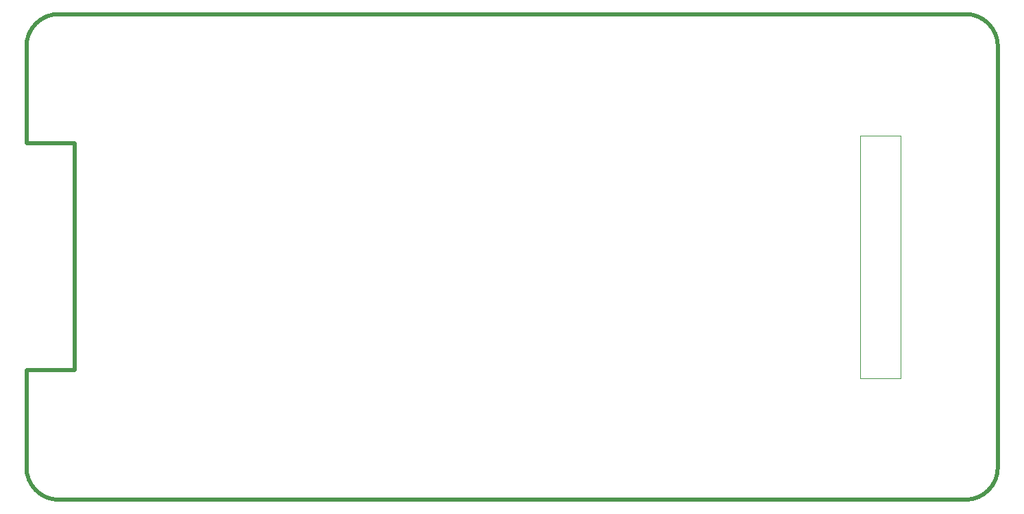
<source format=gm1>
G04 #@! TF.GenerationSoftware,KiCad,Pcbnew,(6.0.0)*
G04 #@! TF.CreationDate,2022-01-01T11:54:16+05:30*
G04 #@! TF.ProjectId,ESP32_BoardV1,45535033-325f-4426-9f61-726456312e6b,rev?*
G04 #@! TF.SameCoordinates,Original*
G04 #@! TF.FileFunction,Profile,NP*
%FSLAX46Y46*%
G04 Gerber Fmt 4.6, Leading zero omitted, Abs format (unit mm)*
G04 Created by KiCad (PCBNEW (6.0.0)) date 2022-01-01 11:54:16*
%MOMM*%
%LPD*%
G01*
G04 APERTURE LIST*
G04 #@! TA.AperFunction,Profile*
%ADD10C,0.500000*%
G04 #@! TD*
G04 #@! TA.AperFunction,Profile*
%ADD11C,0.100000*%
G04 #@! TD*
G04 APERTURE END LIST*
D10*
X201000000Y-155000000D02*
X89000000Y-155000000D01*
X85000000Y-111000000D02*
X85000000Y-99000000D01*
X85000000Y-139000000D02*
X85000000Y-151000000D01*
D11*
X188000000Y-140000000D02*
X188000000Y-110000000D01*
D10*
X85000000Y-151000000D02*
G75*
G03*
X89000000Y-155000000I4000000J0D01*
G01*
X89000000Y-95000000D02*
X201000000Y-95000000D01*
D11*
X188000000Y-140000000D02*
X193000000Y-140000000D01*
D10*
X85000000Y-111000000D02*
X91000000Y-111000000D01*
X205000000Y-99000000D02*
G75*
G03*
X201000000Y-95000000I-4000000J0D01*
G01*
X89000000Y-95000000D02*
G75*
G03*
X85000000Y-99000000I0J-4000000D01*
G01*
X205000000Y-99000000D02*
X205000000Y-151000000D01*
D11*
X193000000Y-110000000D02*
X193000000Y-140000000D01*
D10*
X91000000Y-139000000D02*
X85000000Y-139000000D01*
X201000000Y-155000000D02*
G75*
G03*
X205000000Y-151000000I0J4000000D01*
G01*
D11*
X188000000Y-110000000D02*
X193000000Y-110000000D01*
D10*
X91000000Y-111000000D02*
X91000000Y-139000000D01*
M02*

</source>
